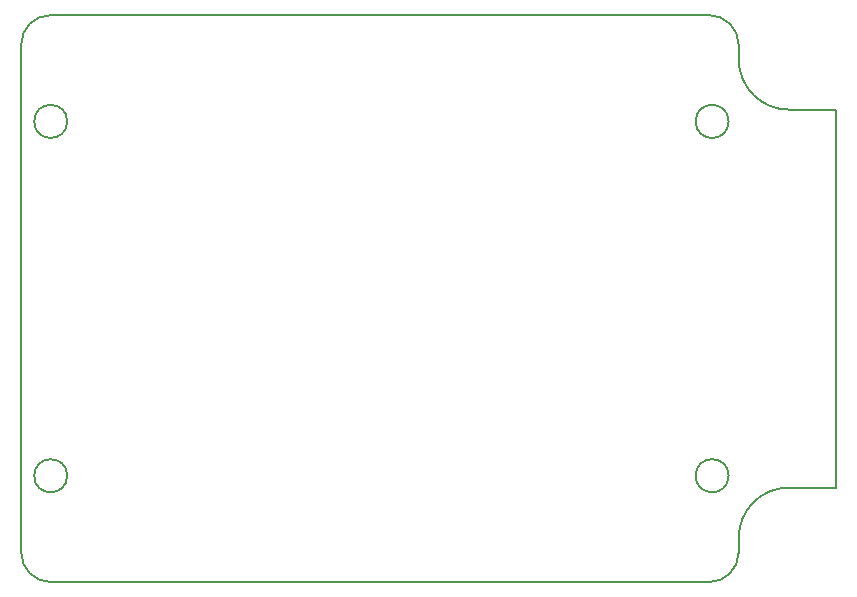
<source format=gko>
G04*
G04 #@! TF.GenerationSoftware,Altium Limited,Altium Designer,19.0.15 (446)*
G04*
G04 Layer_Color=16711935*
%FSTAX24Y24*%
%MOIN*%
G70*
G01*
G75*
%ADD13C,0.0050*%
D13*
X037932Y026248D02*
G03*
X037932Y026248I-000551J0D01*
G01*
Y014437D02*
G03*
X037932Y014437I-000551J0D01*
G01*
X015885D02*
G03*
X015885Y014437I-000551J0D01*
G01*
Y026248D02*
G03*
X015885Y026248I-000551J0D01*
G01*
X037283Y010894D02*
G03*
X038267Y011878I0J000984D01*
G01*
Y028807D02*
G03*
X037283Y029791I-000984J0D01*
G01*
X015334Y029791D02*
G03*
X01435Y028807I0J-000984D01*
G01*
Y011878D02*
G03*
X015334Y010894I000984J0D01*
G01*
X03994Y014043D02*
G03*
X038267Y01237I0J-001673D01*
G01*
Y028315D02*
G03*
X03994Y026642I001673J0D01*
G01*
X038267Y011878D02*
Y01237D01*
X01435Y011878D02*
X01435Y028807D01*
X015334Y029791D02*
X037283Y029791D01*
X041515Y014043D02*
Y026642D01*
X015334Y010894D02*
X037283Y010894D01*
X03994Y014043D02*
X041515D01*
X03994Y026642D02*
X041515D01*
X038267Y028315D02*
Y028807D01*
M02*

</source>
